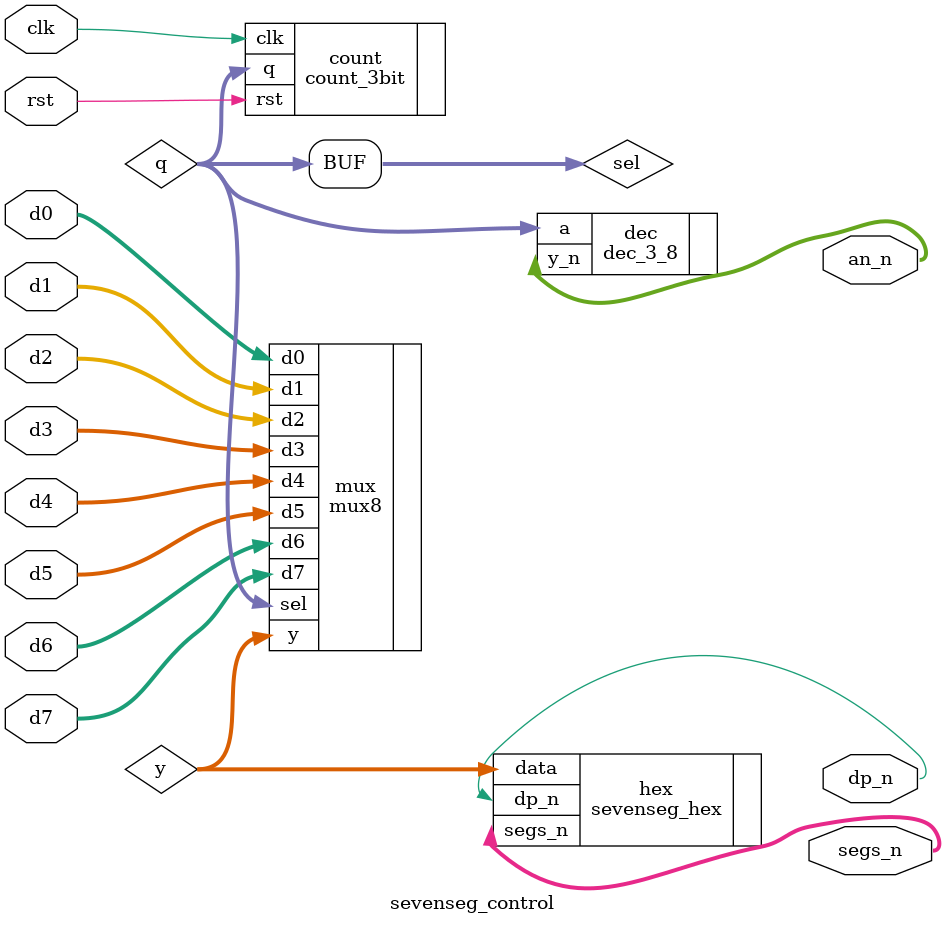
<source format=sv>
module sevenseg_control(
    input clk,
    input rst,
    input [5:0] d0,d1,d2,d3,d4,d5,d6,d7,
    output [7:0] an_n,
    output [6:0] segs_n,
    output dp_n);

    logic [5:0] y;
    logic [2:0] sel;
    logic [2:0] q;



    count_3bit count(.clk(clk),.rst(rst),.q(q));

    assign sel = q;

    mux8 mux(.d0(d0),.d1(d1),.d2(d2),.d3(d3),.d4(d4),.d5(d5),.d6(d6),.d7(d7),.sel(sel),.y(y));


    dec_3_8 dec(.a(q),.y_n(an_n));

    sevenseg_hex hex(.data(y),.segs_n(segs_n),.dp_n(dp_n));





endmodule
</source>
